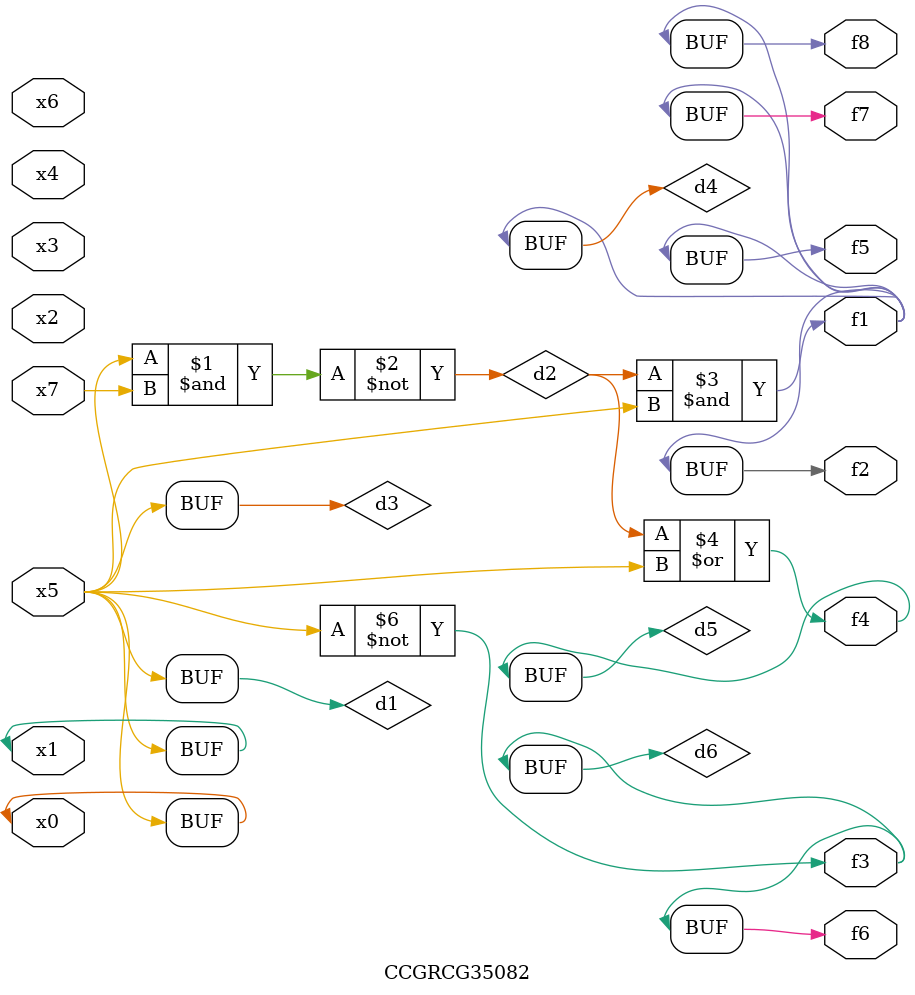
<source format=v>
module CCGRCG35082(
	input x0, x1, x2, x3, x4, x5, x6, x7,
	output f1, f2, f3, f4, f5, f6, f7, f8
);

	wire d1, d2, d3, d4, d5, d6;

	buf (d1, x0, x5);
	nand (d2, x5, x7);
	buf (d3, x0, x1);
	and (d4, d2, d3);
	or (d5, d2, d3);
	nor (d6, d1, d3);
	assign f1 = d4;
	assign f2 = d4;
	assign f3 = d6;
	assign f4 = d5;
	assign f5 = d4;
	assign f6 = d6;
	assign f7 = d4;
	assign f8 = d4;
endmodule

</source>
